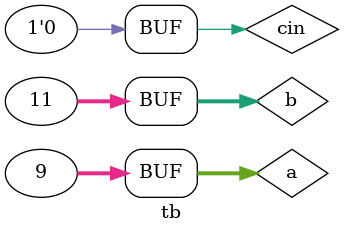
<source format=v>
module CSA(a,b,cin,sum,cout);
input[31:0]a,b;
input cin;
output[31:0]sum;
output cout;
wire sel;
wire[31:0]p;
wire[8:1]c;

//ripple carry adder

rca m1(sum[3:0],c[1],a[3:0],b[3:0],cin);
rca m2(sum[7:4],c[2],a[7:4],b[7:4],c[1]);
rca m3(sum[11:8],c[3],a[11:8],b[11:8],c[2]);
rca m4(sum[15:12],c[4],a[15:12],b[15:12],c[3]);
rca m5(sum[19:16],c[5],a[19:16],b[19:16],c[4]);
rca m6(sum[23:20],c[6],a[23:20],b[23:20],c[5]);
rca m7(sum[27:24],c[7],a[27:24],b[27:24],c[6]);
rca m8(sum[31:28],c[8],a[31:28],b[31:28],c[7]);

//propogation
propogate p1(p,sel,a,b);

//2*1 mux

assign cout=sel?cin:c[8];

endmodule

//propogation module
module propogate(p,sel,a,b);
input[31:0]a,b;
output[31:0]p;
output sel;
assign p=a^b;
assign sel= &p;
endmodule

//Ripple carry adder
module rca(s,c,a,b,cin);
input[3:0]a,b;
input cin;
output[3:0]s;
output c;
wire [2:0]x;
FA a1(s[0],x[0],a[0],b[0],cin);
FA a2(s[1],x[1],a[1],b[1],x[0]);
FA a3(s[2],x[2],a[2],b[2],x[1]);
FA a4(s[3],c,a[3],b[3],x[2]);
endmodule

//full adder
module FA(s,co,a,b,cin);
input a,b,cin;
output s,co;
assign s=a^b^cin;
assign co=a&b|b&cin|cin&a;
endmodule

//test bench 
module tb;
reg [31:0] a,b;
reg cin;
wire[31:0]sum;
wire cout;

CSA m1(a,b,cin,sum,cout);
initial begin
$monitor($time  , "a=%d  b=%d cin=%d sum=%d  carry=%d ",a,b,cin,sum,cout);
a=32'b11101;b=32'b01010;cin=1;
#50;
a=32'b11111;b=32'b00000;cin=0;
#50;
a=32'd2147483647;b=32'd2147483647;cin=0;
#50;
a=32'd2147483647;b=32'd2147483647;cin=1;
#50;
a=32'd21;b=32'd7;cin=1;
#50;
a=32'd39;b=32'd29;cin=0;
#50;
a=32'd20;b=32'd11;cin=1;
#50;
a=32'd28;b=32'd12;cin=0;
#50;
a=32'd9;b=32'd11;cin=0;
#50;
end
endmodule






















</source>
